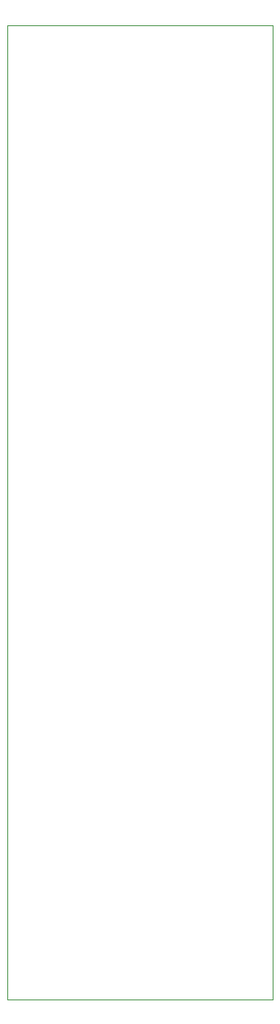
<source format=gm1>
%TF.GenerationSoftware,KiCad,Pcbnew,(6.0.0)*%
%TF.CreationDate,2022-03-13T21:14:02-04:00*%
%TF.ProjectId,PCI bracket board,50434920-6272-4616-936b-657420626f61,rev?*%
%TF.SameCoordinates,Original*%
%TF.FileFunction,Profile,NP*%
%FSLAX46Y46*%
G04 Gerber Fmt 4.6, Leading zero omitted, Abs format (unit mm)*
G04 Created by KiCad (PCBNEW (6.0.0)) date 2022-03-13 21:14:02*
%MOMM*%
%LPD*%
G01*
G04 APERTURE LIST*
%TA.AperFunction,Profile*%
%ADD10C,0.100000*%
%TD*%
G04 APERTURE END LIST*
D10*
X0Y-101000000D02*
X0Y0D01*
X27651900Y-101000000D02*
X0Y-101000000D01*
X27651900Y0D02*
X27651900Y-101000000D01*
X0Y0D02*
X27651900Y0D01*
M02*

</source>
